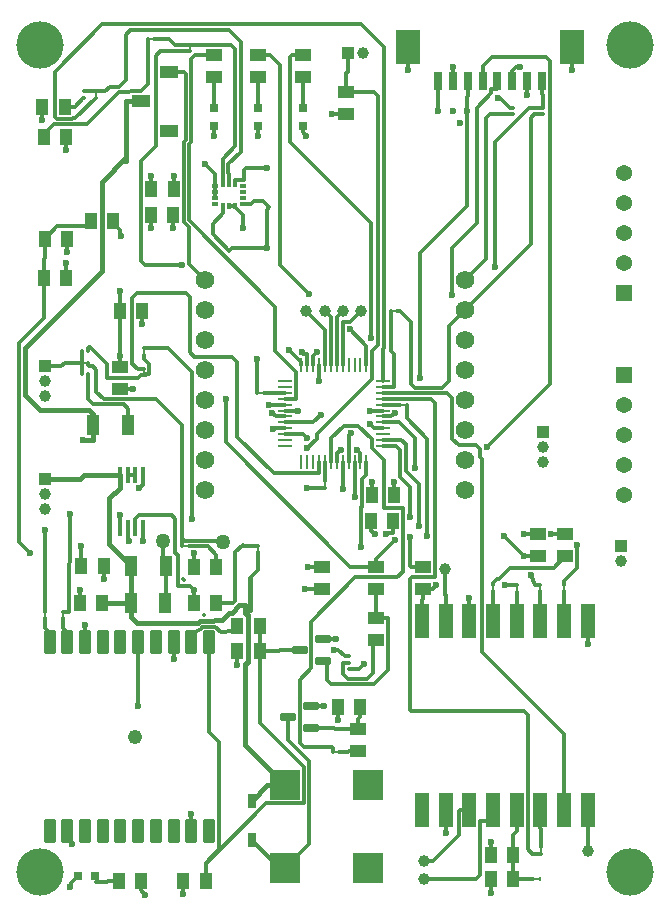
<source format=gtl>
G04*
G04 #@! TF.GenerationSoftware,Altium Limited,Altium Designer,25.0.2 (28)*
G04*
G04 Layer_Physical_Order=1*
G04 Layer_Color=255*
%FSLAX44Y44*%
%MOMM*%
G71*
G04*
G04 #@! TF.SameCoordinates,2A483E41-FD86-4516-B0ED-3C6593A289C4*
G04*
G04*
G04 #@! TF.FilePolarity,Positive*
G04*
G01*
G75*
%ADD16C,0.1500*%
%ADD22R,1.4700X1.0400*%
%ADD23R,1.6000X1.0000*%
%ADD24R,1.0400X1.4700*%
%ADD25R,0.3500X0.5750*%
%ADD26R,0.5750X0.3500*%
%ADD27R,0.8000X0.8000*%
G04:AMPARAMS|DCode=28|XSize=2mm|YSize=1mm|CornerRadius=0.125mm|HoleSize=0mm|Usage=FLASHONLY|Rotation=270.000|XOffset=0mm|YOffset=0mm|HoleType=Round|Shape=RoundedRectangle|*
%AMROUNDEDRECTD28*
21,1,2.0000,0.7500,0,0,270.0*
21,1,1.7500,1.0000,0,0,270.0*
1,1,0.2500,-0.3750,-0.8750*
1,1,0.2500,-0.3750,0.8750*
1,1,0.2500,0.3750,0.8750*
1,1,0.2500,0.3750,-0.8750*
%
%ADD28ROUNDEDRECTD28*%
%ADD29C,1.0000*%
%ADD30R,2.1000X3.0000*%
%ADD31R,0.8000X1.6000*%
%ADD32R,0.8000X0.8000*%
%ADD33O,1.2500X0.2500*%
G04:AMPARAMS|DCode=34|XSize=1.32mm|YSize=0.6mm|CornerRadius=0.075mm|HoleSize=0mm|Usage=FLASHONLY|Rotation=180.000|XOffset=0mm|YOffset=0mm|HoleType=Round|Shape=RoundedRectangle|*
%AMROUNDEDRECTD34*
21,1,1.3200,0.4500,0,0,180.0*
21,1,1.1700,0.6000,0,0,180.0*
1,1,0.1500,-0.5850,0.2250*
1,1,0.1500,0.5850,0.2250*
1,1,0.1500,0.5850,-0.2250*
1,1,0.1500,-0.5850,-0.2250*
%
%ADD34ROUNDEDRECTD34*%
G04:AMPARAMS|DCode=35|XSize=1.4mm|YSize=0.41mm|CornerRadius=0.0513mm|HoleSize=0mm|Usage=FLASHONLY|Rotation=90.000|XOffset=0mm|YOffset=0mm|HoleType=Round|Shape=RoundedRectangle|*
%AMROUNDEDRECTD35*
21,1,1.4000,0.3075,0,0,90.0*
21,1,1.2975,0.4100,0,0,90.0*
1,1,0.1025,0.1538,0.6488*
1,1,0.1025,0.1538,-0.6488*
1,1,0.1025,-0.1538,-0.6488*
1,1,0.1025,-0.1538,0.6488*
%
%ADD35ROUNDEDRECTD35*%
%ADD36R,1.1300X1.7700*%
G04:AMPARAMS|DCode=37|XSize=1.21mm|YSize=0.73mm|CornerRadius=0.1825mm|HoleSize=0mm|Usage=FLASHONLY|Rotation=270.000|XOffset=0mm|YOffset=0mm|HoleType=Round|Shape=RoundedRectangle|*
%AMROUNDEDRECTD37*
21,1,1.2100,0.3650,0,0,270.0*
21,1,0.8450,0.7300,0,0,270.0*
1,1,0.3650,-0.1825,-0.4225*
1,1,0.3650,-0.1825,0.4225*
1,1,0.3650,0.1825,0.4225*
1,1,0.3650,0.1825,-0.4225*
%
%ADD37ROUNDEDRECTD37*%
%ADD38O,0.2500X1.2500*%
%ADD39R,2.5000X2.5000*%
%ADD49R,0.2500X0.3500*%
%ADD54R,0.3500X0.2500*%
%ADD71C,1.5748*%
%ADD75R,1.2000X3.0000*%
%ADD76C,0.3000*%
%ADD77C,0.4000*%
%ADD78R,1.0000X1.0000*%
%ADD79R,1.0000X1.0000*%
%ADD80C,1.2100*%
%ADD81C,0.6000*%
%ADD82C,1.3700*%
%ADD83C,4.0000*%
%ADD84R,1.3700X1.3700*%
%ADD85C,1.2700*%
D16*
X117130Y730250D02*
X121630D01*
X443520Y19050D02*
X448020D01*
X152400Y720380D02*
Y724880D01*
X44450Y240320D02*
Y244820D01*
X273550Y127000D02*
X278050D01*
X266700Y350810D02*
Y355310D01*
X29210Y240320D02*
Y244820D01*
X113030Y463630D02*
Y468130D01*
X146340Y300990D02*
X150840D01*
X209550Y296200D02*
Y300700D01*
X61250Y455930D02*
X65750D01*
X449580Y41140D02*
Y45640D01*
X408940Y263181D02*
Y267680D01*
X429260Y262970D02*
Y267470D01*
X448310Y263180D02*
Y267680D01*
X468630Y263180D02*
Y267680D01*
X322870Y500380D02*
X327370D01*
X113030Y446060D02*
Y450560D01*
X330700Y420370D02*
X335200D01*
X209840Y430530D02*
X214340D01*
X72390Y681010D02*
Y685510D01*
D22*
X284480Y685550D02*
D03*
Y666750D02*
D03*
X247651Y716790D02*
D03*
Y697990D02*
D03*
X209550D02*
D03*
Y716789D02*
D03*
X349250Y264920D02*
D03*
Y283720D02*
D03*
X309880D02*
D03*
Y264920D02*
D03*
X264160Y283720D02*
D03*
X92711Y433830D02*
D03*
X469900Y311150D02*
D03*
X447040Y311660D02*
D03*
X172721Y716790D02*
D03*
Y697990D02*
D03*
X294640Y127760D02*
D03*
Y146560D02*
D03*
X469900Y292350D02*
D03*
X447040Y292860D02*
D03*
X309880Y221740D02*
D03*
Y240540D02*
D03*
X264160Y264920D02*
D03*
X92711Y452630D02*
D03*
D23*
X110620Y677780D02*
D03*
X134620Y652780D02*
D03*
Y702780D02*
D03*
D24*
X211330Y212090D02*
D03*
X192530D02*
D03*
X425960Y19050D02*
D03*
X407160D02*
D03*
Y39370D02*
D03*
X425960D02*
D03*
X306070Y344170D02*
D03*
X305560Y322580D02*
D03*
X277620Y165100D02*
D03*
X138430Y603250D02*
D03*
X138180Y581660D02*
D03*
X87380Y576580D02*
D03*
X48260Y561340D02*
D03*
X59180Y252730D02*
D03*
X146810Y17780D02*
D03*
X324870Y344170D02*
D03*
X324360Y322580D02*
D03*
X47500Y647700D02*
D03*
X27430Y673100D02*
D03*
X119630Y603250D02*
D03*
X119380Y581660D02*
D03*
X111760Y500380D02*
D03*
X60450Y284480D02*
D03*
X79250D02*
D03*
X77980Y252730D02*
D03*
X296420Y165100D02*
D03*
X211330Y233680D02*
D03*
X192530D02*
D03*
X28700Y647700D02*
D03*
X155700Y283209D02*
D03*
X174500D02*
D03*
X155700Y252730D02*
D03*
X174499D02*
D03*
X46230Y673100D02*
D03*
X92960Y500380D02*
D03*
X28700Y528321D02*
D03*
X47500D02*
D03*
X68580Y576580D02*
D03*
X92200Y17780D02*
D03*
X111000D02*
D03*
X165610D02*
D03*
X29460Y561340D02*
D03*
D25*
X180340Y607530D02*
D03*
X185340D02*
D03*
X190340D02*
D03*
Y589280D02*
D03*
X185340D02*
D03*
X180340D02*
D03*
D26*
X196965Y605905D02*
D03*
Y600905D02*
D03*
Y595905D02*
D03*
Y590905D02*
D03*
X173715D02*
D03*
Y595905D02*
D03*
Y600905D02*
D03*
Y605905D02*
D03*
D27*
X57270Y21590D02*
D03*
X72270D02*
D03*
D28*
X168430Y59710D02*
D03*
X153430D02*
D03*
X138430D02*
D03*
X123430D02*
D03*
X108430D02*
D03*
X93430D02*
D03*
X78430D02*
D03*
X63430D02*
D03*
X48430D02*
D03*
X33430D02*
D03*
Y219710D02*
D03*
X48430D02*
D03*
X63430D02*
D03*
X78430D02*
D03*
X93430D02*
D03*
X108430D02*
D03*
X123430D02*
D03*
X138430D02*
D03*
X153430D02*
D03*
X168430D02*
D03*
D29*
X350520Y19050D02*
D03*
Y34290D02*
D03*
X488950Y43180D02*
D03*
X281940Y500380D02*
D03*
X297180D02*
D03*
X266700D02*
D03*
X250190D02*
D03*
X368300Y281940D02*
D03*
X298450Y718820D02*
D03*
X450850Y372310D02*
D03*
Y384810D02*
D03*
X29210Y428190D02*
D03*
Y332940D02*
D03*
X516890Y288290D02*
D03*
X29210Y345440D02*
D03*
Y440690D02*
D03*
D30*
X475650Y723900D02*
D03*
X337350D02*
D03*
D31*
X375150Y694900D02*
D03*
X425150D02*
D03*
X362650D02*
D03*
X387650D02*
D03*
X400150D02*
D03*
X412650D02*
D03*
X437650D02*
D03*
X450150D02*
D03*
D32*
X247650Y656710D02*
D03*
X209550Y656710D02*
D03*
X172720Y656830D02*
D03*
X247650Y671710D02*
D03*
X209550D02*
D03*
X172720Y671830D02*
D03*
D33*
X315450Y415910D02*
D03*
Y410910D02*
D03*
Y385910D02*
D03*
Y390910D02*
D03*
Y395910D02*
D03*
Y400910D02*
D03*
Y405910D02*
D03*
Y420910D02*
D03*
Y425910D02*
D03*
Y430910D02*
D03*
Y435910D02*
D03*
Y440910D02*
D03*
X232950D02*
D03*
Y435910D02*
D03*
Y430910D02*
D03*
Y425910D02*
D03*
Y420910D02*
D03*
Y415910D02*
D03*
Y410910D02*
D03*
Y405910D02*
D03*
Y400910D02*
D03*
Y395910D02*
D03*
Y390910D02*
D03*
Y385910D02*
D03*
D34*
X255110Y165710D02*
D03*
X265270Y222860D02*
D03*
Y203860D02*
D03*
X245270Y213360D02*
D03*
X235110Y156210D02*
D03*
X255110Y146710D02*
D03*
D35*
X112621Y316835D02*
D03*
Y361345D02*
D03*
X93120Y316835D02*
D03*
X99620D02*
D03*
X106120D02*
D03*
Y361345D02*
D03*
X99620D02*
D03*
X93120D02*
D03*
D36*
X132080Y284480D02*
D03*
X102680D02*
D03*
X131540Y252730D02*
D03*
X102140D02*
D03*
X70390Y403860D02*
D03*
X99790D02*
D03*
D37*
X204470Y52034D02*
D03*
Y85634D02*
D03*
D38*
X301700Y454660D02*
D03*
X296700D02*
D03*
X291700D02*
D03*
X286700D02*
D03*
X281700D02*
D03*
X276700D02*
D03*
X271700D02*
D03*
X266700D02*
D03*
X261700D02*
D03*
X256700D02*
D03*
X251700D02*
D03*
X246700D02*
D03*
Y372160D02*
D03*
X251700D02*
D03*
X256700D02*
D03*
X261700D02*
D03*
X266700D02*
D03*
X271700D02*
D03*
X276700D02*
D03*
X281700D02*
D03*
X286700D02*
D03*
X291700D02*
D03*
X296700D02*
D03*
X301700D02*
D03*
D39*
X232970Y98754D02*
D03*
X302970D02*
D03*
Y28754D02*
D03*
X232970D02*
D03*
D49*
X116630Y730250D02*
D03*
X122130D02*
D03*
X448520Y19050D02*
D03*
X443020D02*
D03*
X278550Y127000D02*
D03*
X273050D02*
D03*
X151340Y300990D02*
D03*
X145840D02*
D03*
X66250Y455930D02*
D03*
X60750D02*
D03*
X66250Y466090D02*
D03*
X60750D02*
D03*
X66250Y447040D02*
D03*
X60750D02*
D03*
X322370Y500380D02*
D03*
X327870D02*
D03*
X330200Y420370D02*
D03*
X335700D02*
D03*
X209340Y430530D02*
D03*
X214840D02*
D03*
D54*
X287020Y202350D02*
D03*
Y207850D02*
D03*
Y196850D02*
D03*
X425450Y672250D02*
D03*
X152400Y725380D02*
D03*
Y719880D02*
D03*
X44450Y239820D02*
D03*
Y245320D02*
D03*
X266700Y350310D02*
D03*
Y355810D02*
D03*
X425450Y666750D02*
D03*
X62229Y686010D02*
D03*
Y680510D02*
D03*
X29210Y239820D02*
D03*
Y245320D02*
D03*
X113030Y463130D02*
D03*
Y468630D02*
D03*
X209550Y301200D02*
D03*
Y295700D02*
D03*
X449580Y40640D02*
D03*
Y46140D02*
D03*
X408940Y262680D02*
D03*
Y268180D02*
D03*
X429260Y267970D02*
D03*
Y262470D02*
D03*
X448310Y268180D02*
D03*
Y262680D02*
D03*
X468630Y268180D02*
D03*
Y262680D02*
D03*
X450850Y672250D02*
D03*
Y666750D02*
D03*
X113030Y451060D02*
D03*
Y445560D02*
D03*
X72390Y680510D02*
D03*
Y686010D02*
D03*
D71*
X385200Y450470D02*
D03*
X164800Y501270D02*
D03*
Y348870D02*
D03*
Y374270D02*
D03*
Y399670D02*
D03*
Y425070D02*
D03*
Y450470D02*
D03*
Y475870D02*
D03*
Y526670D02*
D03*
X385200Y348870D02*
D03*
Y374270D02*
D03*
Y399670D02*
D03*
Y425070D02*
D03*
Y475870D02*
D03*
Y501270D02*
D03*
Y526670D02*
D03*
D75*
X488940Y237470D02*
D03*
X348940D02*
D03*
X368940Y77470D02*
D03*
X348940D02*
D03*
X408940D02*
D03*
X388940D02*
D03*
X468940D02*
D03*
X488940D02*
D03*
X428940D02*
D03*
Y237470D02*
D03*
X448940D02*
D03*
X468940D02*
D03*
X388940D02*
D03*
X408940D02*
D03*
X368940D02*
D03*
X448940Y77470D02*
D03*
D76*
X190500Y295910D02*
X196850Y302260D01*
X197910Y301200D02*
X209550D01*
X196850Y302260D02*
X197910Y301200D01*
X209550Y280619D02*
Y295700D01*
X202946Y274015D02*
X209550Y280619D01*
X190500Y254487D02*
Y295910D01*
X178400Y228382D02*
X179734Y228382D01*
X162910Y232734D02*
X173950D01*
X161372Y231196D02*
X162910Y232734D01*
X156930Y228210D02*
X161372Y231196D01*
X153430Y219710D02*
X156930Y228210D01*
X173950Y232734D02*
X178400Y228382D01*
X163830Y242782D02*
X164084D01*
X179734Y228382D02*
X188202Y228900D01*
X192487Y200470D02*
Y212047D01*
X192530Y212090D01*
X188830Y229497D02*
X192530Y233680D01*
X188202Y228900D02*
X188830Y229497D01*
X145840Y307563D02*
Y403591D01*
Y300990D02*
Y307563D01*
X147639Y305764D01*
X179376D01*
X180340Y304800D01*
X167386Y300990D02*
X174500Y293876D01*
X151340Y300990D02*
X167386D01*
X129830Y286730D02*
X132080Y284480D01*
X129830Y286730D02*
Y305364D01*
X174499Y252730D02*
X188743D01*
X190500Y254487D01*
X139954Y295656D02*
Y323850D01*
X142240Y267834D02*
Y293370D01*
X139954Y295656D02*
X142240Y293370D01*
X155700Y283209D02*
Y294890D01*
X155702Y294892D01*
X109295Y327025D02*
X136779D01*
X139954Y323850D01*
X106120D02*
X109295Y327025D01*
X106120Y316835D02*
Y323850D01*
X93120Y316835D02*
Y327583D01*
X93218Y327680D01*
X112621Y305565D02*
Y316835D01*
X132080Y253270D02*
Y284480D01*
X131540Y252730D02*
X132080Y253270D01*
X87380Y574430D02*
X93406Y568404D01*
Y564454D02*
Y568404D01*
X87380Y574430D02*
Y576580D01*
X93406Y564454D02*
X93980Y563880D01*
X7676Y473258D02*
X28700Y494282D01*
X7676Y304445D02*
X16510Y295611D01*
X7676Y304445D02*
Y473258D01*
X16510Y294894D02*
Y295611D01*
X97790Y734060D02*
X101600Y737870D01*
X185166D01*
X195326Y727710D01*
X296926Y743204D02*
X316230Y723900D01*
X37846Y702818D02*
X78232Y743204D01*
X296926D01*
X37846Y664657D02*
X39777Y662726D01*
X53361Y663405D02*
X55285D01*
X52682Y662726D02*
X53361Y663405D01*
X39777Y662726D02*
X52682D01*
X37846Y664657D02*
Y702818D01*
X72390Y680510D02*
X72390D01*
X55285Y663405D02*
X72390Y680510D01*
X80558Y686010D02*
X84578Y690030D01*
X92495D01*
X72390Y686010D02*
X80558D01*
X62229Y686010D02*
X62230Y686010D01*
X72390D01*
X61979Y680260D02*
X62229Y680510D01*
X46230Y673100D02*
X54819D01*
X61979Y680260D01*
Y680260D01*
X62229Y680510D02*
X62229D01*
X315468Y440910D02*
Y468122D01*
X92543Y685506D02*
X101069D01*
X102125Y686562D01*
X65238Y658201D02*
X92543Y685506D01*
X102125Y686562D02*
X111125D01*
X92495Y690030D02*
X97790Y695325D01*
X37169Y658201D02*
X65238D01*
X190340Y588155D02*
Y589280D01*
Y588155D02*
X196850Y581645D01*
Y570230D02*
Y581645D01*
X180340Y582930D02*
Y589280D01*
X173715Y595905D02*
Y600905D01*
X190500Y610870D02*
X198120D01*
X180340Y608459D02*
Y629238D01*
X190754Y639652D01*
X199877Y621030D02*
X217170D01*
X198120Y619273D02*
X199877Y621030D01*
X198120Y610870D02*
Y619273D01*
X184864Y616877D02*
X185340Y616400D01*
Y607530D02*
Y616400D01*
X171450Y574040D02*
X180340Y582930D01*
X171450Y565150D02*
Y574040D01*
X196392Y570230D02*
X196850D01*
X184864Y616877D02*
Y624372D01*
X195326Y634834D01*
X151456Y577016D02*
Y641390D01*
X153401Y643336D01*
X146932Y575142D02*
X151130Y570944D01*
X146932Y575142D02*
Y643264D01*
X153401Y643336D02*
Y713494D01*
X151456Y577016D02*
X224536Y503936D01*
X153401Y713494D02*
X156697Y716790D01*
X148877Y645210D02*
Y701023D01*
X147120Y702780D02*
X148877Y701023D01*
X134620Y702780D02*
X147120D01*
X146932Y643264D02*
X148877Y645210D01*
X173482Y606155D02*
X173715Y605922D01*
Y605905D02*
Y605922D01*
Y600905D02*
Y605672D01*
X173482Y605905D02*
X173715Y605672D01*
X165100Y624840D02*
X173482Y616458D01*
Y606155D02*
Y616458D01*
X151130Y540340D02*
Y570944D01*
X156697Y716790D02*
X172721D01*
X151130Y540340D02*
X164800Y526670D01*
X114300Y538988D02*
X145260D01*
X110998Y542290D02*
X114300Y538988D01*
X185420Y551180D02*
X187960Y553720D01*
X217170D01*
Y585917D02*
X219263Y588010D01*
X217170Y553720D02*
Y585917D01*
X214183Y593090D02*
X219263Y588010D01*
X206502Y593090D02*
X214183D01*
X171450Y565150D02*
X185420Y551180D01*
X196965Y590905D02*
X204317D01*
X224536Y466344D02*
Y503936D01*
X204317Y590905D02*
X206502Y593090D01*
X51374Y13274D02*
Y15694D01*
X57270Y21590D01*
X50800Y12700D02*
X51374Y13274D01*
X48430Y59710D02*
X51536Y56604D01*
Y49693D02*
X52110Y49119D01*
X51536Y49693D02*
Y56604D01*
X113030Y445770D02*
X114798D01*
X67520Y469392D02*
X81788Y455124D01*
X165610Y32178D02*
Y33022D01*
Y17780D02*
Y32178D01*
X386842Y588772D02*
Y669290D01*
X435356Y292862D02*
X435358Y292860D01*
X418338Y309880D02*
X435356Y292862D01*
X398272Y68580D02*
X408940D01*
X60450Y301244D02*
Y301292D01*
X268224Y187325D02*
Y203860D01*
X307086Y193675D02*
Y221740D01*
X92960Y462026D02*
Y500380D01*
Y452630D02*
Y462026D01*
X407670Y688086D02*
X412650D01*
X469138Y268180D02*
Y271780D01*
X39874Y571754D02*
X68580D01*
X296700Y372160D02*
Y379702D01*
X293624Y382778D02*
X296700Y379702D01*
X281700Y349250D02*
Y372160D01*
X110788Y445560D02*
X113030D01*
X108458Y443230D02*
X110788Y445560D01*
X82042Y443230D02*
X108458D01*
X81788Y443484D02*
X82042Y443230D01*
X81788Y443484D02*
Y455124D01*
X66504Y469392D02*
X67520D01*
X66250Y469138D02*
X66504Y469392D01*
X66250Y466090D02*
Y469138D01*
X295127Y196850D02*
X299445Y201168D01*
X287020Y196850D02*
X295127D01*
X211330Y151210D02*
Y212090D01*
Y151210D02*
X248494Y114046D01*
Y83566D02*
Y114046D01*
X248158Y83230D02*
X248494Y83566D01*
X216662Y83230D02*
X248158D01*
X165610Y32178D02*
X216662Y83230D01*
X209340Y430530D02*
Y459740D01*
X182880Y388876D02*
Y425450D01*
Y388876D02*
X288036Y283720D01*
X309880D01*
X97790Y695325D02*
Y734060D01*
X195326Y634834D02*
Y727710D01*
X190754Y639652D02*
Y721951D01*
X187325Y725380D02*
X190754Y721951D01*
X152400Y725380D02*
X187325D01*
X386650Y669290D02*
X386842D01*
X347218Y549148D02*
X386842Y588772D01*
X347218Y443230D02*
Y549148D01*
X304800Y404085D02*
Y404114D01*
Y404085D02*
X307975Y400910D01*
X315450D01*
X219329Y420910D02*
X232950D01*
X228600Y539496D02*
X253420Y514676D01*
X228600Y539496D02*
Y708154D01*
X219964Y716789D02*
X228600Y708154D01*
X209550Y716789D02*
X219964D01*
X238760Y716790D02*
X247651D01*
X237236Y715266D02*
X238760Y716790D01*
X237236Y642874D02*
Y715266D01*
Y642874D02*
X305308Y574802D01*
Y477632D02*
Y574802D01*
X232950Y415910D02*
X243586D01*
X442214Y40640D02*
X449580D01*
X438404Y44450D02*
X442214Y40640D01*
X438404Y44450D02*
Y157861D01*
X434975Y161290D02*
X438404Y157861D01*
X339852Y161290D02*
X434975D01*
X338836Y162306D02*
X339852Y161290D01*
X338836Y162306D02*
Y273050D01*
X340667Y274881D01*
X359410D01*
X359664Y275135D01*
Y422402D01*
X356156Y425910D02*
X359664Y422402D01*
X315450Y425910D02*
X356156D01*
X92960Y500380D02*
Y517144D01*
X342900Y367284D02*
Y392684D01*
X329674Y405910D02*
X342900Y392684D01*
X315450Y405910D02*
X329674D01*
X92711Y452630D02*
X92960D01*
X412650Y688086D02*
Y694900D01*
X407416Y687832D02*
X407670Y688086D01*
X407416Y684784D02*
Y687832D01*
X394970Y672338D02*
X407416Y684784D01*
X394970Y574548D02*
Y672338D01*
X374142Y553720D02*
X394970Y574548D01*
X374142Y514096D02*
Y553720D01*
X222504Y399913D02*
X223501Y400910D01*
X232950D01*
X437650Y682752D02*
Y694900D01*
X256605Y405910D02*
X262955Y412260D01*
X232950Y405910D02*
X256605D01*
X400150Y694900D02*
Y707390D01*
X407770Y715010D01*
X454025D01*
X457200Y711835D01*
Y438658D02*
Y711835D01*
X403860Y385318D02*
X457200Y438658D01*
X248031Y395910D02*
X251206Y392735D01*
X232950Y395910D02*
X248031D01*
X439674Y672250D02*
X450850D01*
X410568Y643144D02*
X439674Y672250D01*
X410568Y537568D02*
Y643144D01*
X222041Y413811D02*
X224942Y410910D01*
X232950D01*
X44450Y245320D02*
X50292D01*
X50546Y328620D01*
X236413Y467098D02*
X246700Y456811D01*
Y454660D02*
Y456811D01*
X29210Y245320D02*
Y314706D01*
X247396Y464312D02*
Y465582D01*
Y464312D02*
X247650Y464058D01*
X251446D01*
X251700Y463804D01*
Y454660D02*
Y463804D01*
X444500Y268180D02*
X448310D01*
X441325Y276860D02*
X444500Y268180D01*
X338836Y326064D02*
Y351536D01*
X330454Y359918D02*
X338836Y351536D01*
X330454Y359918D02*
Y382481D01*
X327025Y385910D02*
X330454Y382481D01*
X315450Y385910D02*
X327025D01*
X301700Y454660D02*
Y470714D01*
X287528Y484886D02*
X301700Y470714D01*
X110998Y542290D02*
Y627380D01*
X123444Y639826D01*
Y716324D01*
X127000Y719880D01*
X152400D01*
X261700Y441151D02*
Y454660D01*
X261620Y441071D02*
X261700Y441151D01*
X107950Y451060D02*
X113030D01*
X103378Y455632D02*
X107950Y451060D01*
X103378Y455632D02*
Y511175D01*
X107823Y515620D01*
X148717D01*
X152019Y512318D01*
Y465074D02*
Y512318D01*
Y465074D02*
X155575Y461518D01*
X188214D01*
X192532Y457200D01*
Y393700D02*
Y457200D01*
Y393700D02*
X223520Y362712D01*
X261446D01*
X261700Y372160D01*
X273050Y127000D02*
Y130556D01*
X272796Y130810D02*
X273050Y130556D01*
X248920Y130810D02*
X272796D01*
X245364Y134366D02*
X248920Y130810D01*
X245364Y134366D02*
Y187960D01*
X255016Y197612D01*
Y237236D01*
X292354Y274574D01*
X327914D01*
X332740Y279400D01*
Y333248D01*
X332486Y333502D02*
X332740Y333248D01*
X316738Y333502D02*
X332486D01*
X316484Y333756D02*
X316738Y333502D01*
X316484Y333756D02*
Y373761D01*
X306070Y384175D02*
X316484Y373761D01*
X306070Y384175D02*
Y391414D01*
X294386Y403098D02*
X306070Y391414D01*
X282368Y403098D02*
X294386D01*
X271700Y392430D02*
X282368Y403098D01*
X271700Y372160D02*
Y392430D01*
X266700Y454660D02*
Y483870D01*
X250190Y500380D02*
X266700Y483870D01*
X271700Y454660D02*
Y495380D01*
X266700Y500380D02*
X271700Y495380D01*
X227750Y28754D02*
X232970D01*
X204470Y52034D02*
X227750Y28754D01*
X66250Y454152D02*
Y455930D01*
Y454152D02*
X66504Y453898D01*
X69850D01*
X73152Y450596D01*
Y431800D02*
Y450596D01*
Y431800D02*
X79347Y425605D01*
X123825D01*
X145840Y403591D01*
X60450Y284480D02*
Y301244D01*
X153670Y323850D02*
Y448818D01*
X133858Y468630D02*
X153670Y448818D01*
X113030Y468630D02*
X133858D01*
X419100Y267970D02*
X429260D01*
X345948Y318516D02*
Y353520D01*
X334978Y364490D02*
X345948Y353520D01*
X334978Y364490D02*
Y387350D01*
X331418Y390910D02*
X334978Y387350D01*
X315450Y390910D02*
X331418D01*
X309880Y283720D02*
Y290322D01*
X325882Y306324D01*
X338836Y283974D02*
Y309118D01*
Y283974D02*
X339090Y283720D01*
X349250D01*
X155700Y252730D02*
Y264350D01*
X152470Y267580D02*
X155700Y264350D01*
X142494Y267580D02*
X152470D01*
X142240Y267834D02*
X142494Y267580D01*
X28700Y494282D02*
Y528321D01*
X276700Y379603D02*
X279875Y382778D01*
X276700Y372160D02*
Y379603D01*
X251714Y350310D02*
X266700D01*
X251714Y383794D02*
X259842Y391922D01*
Y396240D01*
X306324Y442722D01*
Y466598D01*
X311404Y471678D01*
Y682121D01*
X307975Y685550D02*
X311404Y682121D01*
X284480Y685550D02*
X307975D01*
X468630Y268180D02*
X469138D01*
Y271780D02*
X480314Y282956D01*
Y302260D01*
X297180Y300276D02*
Y333853D01*
X297845Y334518D01*
Y357842D01*
X301700Y361696D01*
Y372160D01*
X318010Y310960D02*
X319769D01*
X321134Y312325D01*
X324104D01*
X324360Y312581D01*
Y322580D01*
X335700Y409282D02*
Y420370D01*
Y409282D02*
X353060Y391922D01*
Y309880D02*
Y391922D01*
X435358Y292860D02*
X447040D01*
X357695Y264920D02*
X360870Y268095D01*
X349250Y264920D02*
X357695D01*
X109446Y350075D02*
X112621Y353250D01*
Y361345D01*
X99790Y403860D02*
Y417354D01*
X96063Y421081D02*
X99790Y417354D01*
X70619Y421081D02*
X96063D01*
X66250Y425450D02*
X70619Y421081D01*
X66250Y425450D02*
Y447040D01*
X113030Y459740D02*
Y463130D01*
Y459740D02*
X117856Y454914D01*
Y446837D02*
Y454914D01*
X117554Y446536D02*
X117856Y446837D01*
X115056Y446536D02*
X117554D01*
X114798Y446278D02*
X115056Y446536D01*
X114798Y445770D02*
Y446278D01*
X113030Y445560D02*
Y445770D01*
X276700Y495140D02*
X281940Y500380D01*
X276700Y454660D02*
Y495140D01*
X47500Y528321D02*
Y541020D01*
X281700Y454660D02*
Y461337D01*
X281504Y461533D02*
X281700Y461337D01*
X281504Y461533D02*
Y490474D01*
X281940Y490910D01*
X287710D01*
X297180Y500380D01*
X224536Y466344D02*
X242316Y448564D01*
Y426164D02*
Y448564D01*
X242062Y425910D02*
X242316Y426164D01*
X232950Y425910D02*
X242062D01*
X468940Y77470D02*
Y141930D01*
X399796Y211074D02*
X468940Y141930D01*
X399796Y211074D02*
Y374462D01*
X397587Y376671D02*
X399796Y374462D01*
X397587Y376671D02*
Y383209D01*
X394208Y386588D02*
X397587Y383209D01*
X379730Y386588D02*
X394208D01*
X374302Y392016D02*
X379730Y386588D01*
X374302Y392016D02*
Y426720D01*
X370166Y430856D02*
X374302Y426720D01*
X328628Y430856D02*
X370166D01*
X328574Y430910D02*
X328628Y430856D01*
X315450Y430910D02*
X328574D01*
X327870Y500380D02*
X330454D01*
X339725Y491109D01*
Y438555D02*
Y491109D01*
Y438555D02*
X342900Y435380D01*
X366038D01*
X371602Y440944D01*
Y487672D01*
X385200Y501270D01*
X256700Y454660D02*
Y462186D01*
X259842Y465328D01*
X79250Y272860D02*
Y284480D01*
X249430Y264920D02*
X264160D01*
X286700Y395224D02*
X288478Y397002D01*
X286700Y372160D02*
Y395224D01*
X99620Y306859D02*
Y316835D01*
Y306859D02*
X100917Y305562D01*
X116630Y692067D02*
Y730250D01*
X111125Y686562D02*
X116630Y692067D01*
X28700Y649732D02*
X37169Y658201D01*
X28700Y647700D02*
Y649732D01*
X315450Y435910D02*
X324612D01*
X324866Y436164D01*
Y463594D01*
X322370Y466090D02*
X324866Y463594D01*
X322370Y466090D02*
Y500380D01*
X315450Y440910D02*
X315468D01*
Y468122D02*
X316230Y468884D01*
Y723900D01*
X408940Y268180D02*
X409165Y268405D01*
Y269875D01*
X412470Y273180D01*
X413940D01*
X423677Y282917D01*
X460467D01*
X469900Y292350D01*
X305560Y314135D02*
X308735Y310960D01*
X305560Y314135D02*
Y322580D01*
X443865Y666750D02*
X450850D01*
X440690Y663575D02*
X443865Y666750D01*
X440690Y556760D02*
Y663575D01*
X385200Y501270D02*
X440690Y556760D01*
X428625Y707170D02*
X431500D01*
X425150Y703695D02*
X428625Y707170D01*
X425150Y694900D02*
Y703695D01*
X322795Y410910D02*
X325970Y414085D01*
X315450Y410910D02*
X322795D01*
X265270Y203860D02*
X268224D01*
Y187325D02*
X271399Y184150D01*
X308356D01*
X320294Y196088D01*
Y240286D01*
X320040Y240540D02*
X320294Y240286D01*
X309880Y240540D02*
X320040D01*
X111000Y9650D02*
Y17780D01*
Y9650D02*
X114554Y6096D01*
X108430Y165636D02*
Y219710D01*
X406019Y666750D02*
X425450D01*
X402844Y663575D02*
X406019Y666750D01*
X402844Y544314D02*
Y663575D01*
X385200Y526670D02*
X402844Y544314D01*
X219281Y430910D02*
X232950D01*
X218901Y430530D02*
X219281Y430910D01*
X214840Y430530D02*
X218901D01*
X247650Y651615D02*
X250825Y648440D01*
X247650Y651615D02*
Y656710D01*
X291700Y342646D02*
Y372160D01*
X388940Y237470D02*
Y256794D01*
X282448Y202350D02*
X287020D01*
X282194Y202096D02*
X282448Y202350D01*
X282194Y192532D02*
Y202096D01*
Y192532D02*
X285750Y188976D01*
X302387D01*
X307086Y193675D01*
Y221740D02*
X309880D01*
X146812Y273050D02*
X147066Y272796D01*
X235110Y136711D02*
Y156210D01*
Y136711D02*
X253018Y118803D01*
Y48802D02*
Y118803D01*
X232970Y28754D02*
X253018Y48802D01*
X380746Y77470D02*
X388940D01*
X380492Y77216D02*
X380746Y77470D01*
X380492Y56388D02*
Y77216D01*
X358394Y34290D02*
X380492Y56388D01*
X350520Y34290D02*
X358394D01*
X408940Y68580D02*
Y77470D01*
X398018Y68326D02*
X398272Y68580D01*
X398018Y22225D02*
Y68326D01*
X394843Y19050D02*
X398018Y22225D01*
X350520Y19050D02*
X394843D01*
X174500Y283209D02*
Y293876D01*
X68580Y571754D02*
Y576580D01*
X29460Y561340D02*
X39874Y571754D01*
X368300Y259974D02*
Y281940D01*
Y259974D02*
X368940Y259334D01*
Y237470D02*
Y259334D01*
X266700Y355810D02*
Y372160D01*
X165610Y33022D02*
X177038Y44450D01*
Y135156D01*
X168430Y143764D02*
X177038Y135156D01*
X168430Y143764D02*
Y219710D01*
X228854Y213360D02*
X245270D01*
X227584Y212090D02*
X228854Y213360D01*
X211330Y212090D02*
X227584D01*
X211330D02*
Y233680D01*
X29210Y231804D02*
Y239820D01*
Y231804D02*
X33430Y227584D01*
Y219710D02*
Y227584D01*
X44450Y231564D02*
Y239820D01*
Y231564D02*
X48430Y227584D01*
Y219710D02*
Y227584D01*
X139490Y725380D02*
X152400D01*
X134620Y730250D02*
X139490Y725380D01*
X122130Y730250D02*
X134620D01*
X387650Y682482D02*
Y694900D01*
X386650Y681482D02*
X387650Y682482D01*
X386650Y669290D02*
Y681482D01*
X285950Y702764D02*
Y718820D01*
X284480Y701294D02*
X285950Y702764D01*
X284480Y685550D02*
Y701294D01*
X468630Y249992D02*
Y262680D01*
Y249992D02*
X468940Y249682D01*
Y237470D02*
Y249682D01*
X448310Y250312D02*
Y262680D01*
Y250312D02*
X448940Y249682D01*
Y237470D02*
Y249682D01*
X429260Y250002D02*
Y262470D01*
X428940Y249682D02*
X429260Y250002D01*
X428940Y237470D02*
Y249682D01*
X448940Y62108D02*
Y77470D01*
Y62108D02*
X449580Y61468D01*
Y46140D02*
Y61468D01*
X286764Y127760D02*
X294640D01*
X286004Y127000D02*
X286764Y127760D01*
X278550Y127000D02*
X286004D01*
X428940Y59876D02*
Y77470D01*
X425960Y56896D02*
X428940Y59876D01*
X425960Y39370D02*
Y56896D01*
Y19050D02*
Y39370D01*
Y19050D02*
X443020D01*
X172721Y684784D02*
Y697990D01*
X172720Y684784D02*
X172721Y684784D01*
X172720Y671830D02*
Y684784D01*
X209550Y684784D02*
Y697990D01*
X209550Y684784D02*
X209550Y684784D01*
X209550Y671710D02*
Y684784D01*
X247651Y684784D02*
Y697990D01*
X247650Y684784D02*
X247651Y684784D01*
X247650Y671710D02*
Y684784D01*
X83058Y17780D02*
X92200D01*
X81788Y16510D02*
X83058Y17780D01*
X72650Y16510D02*
X81788D01*
X408940Y237470D02*
Y262680D01*
X488940Y60208D02*
Y77470D01*
Y60208D02*
X488950Y60198D01*
Y43180D02*
Y60198D01*
X309880Y240540D02*
Y264920D01*
X322866Y420370D02*
X330200D01*
X322326Y420910D02*
X322866Y420370D01*
X315450Y420910D02*
X322326D01*
X362650Y669290D02*
Y694900D01*
X450150Y683706D02*
Y694900D01*
Y683706D02*
X450850Y683006D01*
Y672250D02*
Y683006D01*
X29460Y545081D02*
Y561340D01*
X28700Y544322D02*
X29460Y545081D01*
X28700Y528321D02*
Y544322D01*
X46174Y455930D02*
X60750D01*
X43434Y453190D02*
X46174Y455930D01*
X29210Y453190D02*
X43434D01*
X60750Y455930D02*
Y466090D01*
Y447040D02*
Y455930D01*
X274724Y146560D02*
X294640D01*
X274574Y146710D02*
X274724Y146560D01*
X255110Y146710D02*
X274574D01*
X296420Y156720D02*
Y165100D01*
X294640Y154940D02*
X296420Y156720D01*
X294640Y146560D02*
Y154940D01*
X349250Y256088D02*
Y264920D01*
X348940Y255778D02*
X349250Y256088D01*
X348940Y237470D02*
Y255778D01*
X185340Y589280D02*
X190340D01*
X265270Y222860D02*
X276140D01*
X274595Y213526D02*
X277516D01*
X283193Y207850D01*
X287020D01*
X324870Y344170D02*
Y355790D01*
X111760Y488760D02*
Y500380D01*
X435420Y311660D02*
X447040D01*
X458280Y311150D02*
X469900D01*
X119380Y570040D02*
Y581660D01*
X119630Y603250D02*
Y614870D01*
X47500Y636080D02*
Y647700D01*
X27430Y661480D02*
Y673100D01*
X272860Y666750D02*
X284480D01*
X413025Y680676D02*
X414572D01*
X422998Y672250D01*
X425450D01*
X146810Y6160D02*
Y17780D01*
X153430Y59710D02*
Y73980D01*
X63430Y219710D02*
Y233980D01*
X59180Y252730D02*
Y264350D01*
X138430Y205440D02*
Y219710D01*
X255110Y165710D02*
X265980D01*
X277620Y153480D02*
Y165100D01*
X368940Y58200D02*
Y77470D01*
X252540Y283720D02*
X264160D01*
X407160Y7430D02*
Y19050D01*
Y39370D02*
Y50990D01*
X92711Y433830D02*
X104331D01*
X306070Y344170D02*
Y355790D01*
X304930Y415910D02*
X315450D01*
X488940Y218200D02*
Y237470D01*
X48260Y549720D02*
Y561340D01*
X138180Y570040D02*
Y581660D01*
X138430Y603250D02*
Y614870D01*
X172720Y648559D02*
Y656830D01*
X209550Y648440D02*
Y656710D01*
X375150Y694900D02*
Y707170D01*
X337350Y704630D02*
Y723900D01*
X475650Y704630D02*
Y723900D01*
X99620Y361345D02*
X106120D01*
D77*
X199011Y250823D02*
X202946Y246888D01*
Y274015D01*
X102140Y241300D02*
X107220Y236220D01*
X159291D01*
X160829Y237758D01*
X166165D02*
X179450Y238886D01*
X160829Y237758D02*
X166165D01*
X179450Y238886D02*
X185118Y244554D01*
X102140Y241300D02*
Y252730D01*
X199011Y244732D02*
Y250823D01*
Y244732D02*
X201254Y242490D01*
X199011Y201038D02*
X201254Y203280D01*
Y242490D01*
X199011Y132713D02*
X232970Y98754D01*
X199011Y132713D02*
Y201038D01*
X185118Y244554D02*
X187672D01*
X193940Y250823D01*
X199011D01*
X84019Y303141D02*
Y341575D01*
Y303141D02*
X102680Y284480D01*
X84019Y341575D02*
X93120Y350676D01*
X102680Y253270D02*
Y284480D01*
X102140Y252730D02*
X102680Y253270D01*
X77470Y609346D02*
X98298Y630174D01*
X12700Y469138D02*
X77470Y533908D01*
Y609346D01*
X12700Y428752D02*
X25400Y416052D01*
X12700Y428752D02*
Y469138D01*
X98298Y627126D02*
Y630174D01*
X217590Y98754D02*
X232970D01*
X204470Y85634D02*
X217590Y98754D01*
X98350Y677780D02*
X110620D01*
X98298Y630174D02*
X98350Y677780D01*
X25400Y416052D02*
X67088D01*
X70390Y412750D01*
Y403860D02*
Y412750D01*
X93120Y350676D02*
Y361345D01*
X61922Y390652D02*
X70302D01*
X70390Y390740D01*
Y403860D01*
X62841Y361345D02*
X93120D01*
X59436Y357940D02*
X62841Y361345D01*
X29210Y357940D02*
X59436D01*
X77980Y252730D02*
X102140D01*
D78*
X285950Y718820D02*
D03*
D79*
X450850Y397310D02*
D03*
X516890Y300790D02*
D03*
X29210Y357940D02*
D03*
Y453190D02*
D03*
D80*
X105430Y139710D02*
D03*
D81*
X380650Y659290D02*
D03*
X374650Y669290D02*
D03*
X362650D02*
D03*
X386650D02*
D03*
X192487Y200470D02*
D03*
X155702Y294892D02*
D03*
X93218Y327680D02*
D03*
X112621Y305565D02*
D03*
X93980Y563880D02*
D03*
X196850Y570230D02*
D03*
X165100Y624840D02*
D03*
X145260Y538988D02*
D03*
X217170Y553720D02*
D03*
Y621030D02*
D03*
X50800Y12700D02*
D03*
X52110Y49119D02*
D03*
X293624Y382778D02*
D03*
X281700Y349250D02*
D03*
X299445Y201168D02*
D03*
X209340Y459740D02*
D03*
X182880Y425450D02*
D03*
X347218Y443230D02*
D03*
X304800Y404114D02*
D03*
X219329Y420910D02*
D03*
X253420Y514676D02*
D03*
X305308Y477632D02*
D03*
X243586Y415910D02*
D03*
X92960Y517144D02*
D03*
Y462026D02*
D03*
X342900Y367284D02*
D03*
X374142Y514096D02*
D03*
X222504Y399913D02*
D03*
X437650Y682752D02*
D03*
X262955Y412260D02*
D03*
X403860Y385318D02*
D03*
X251206Y392735D02*
D03*
X410568Y537568D02*
D03*
X222041Y413811D02*
D03*
X50546Y328620D02*
D03*
X236413Y467098D02*
D03*
X29210Y314706D02*
D03*
X247396Y465582D02*
D03*
X441325Y276860D02*
D03*
X338836Y326064D02*
D03*
X287528Y484886D02*
D03*
X261620Y441071D02*
D03*
X60450Y301244D02*
D03*
X153670Y323850D02*
D03*
X419100Y267970D02*
D03*
X345948Y318516D02*
D03*
X325882Y306324D02*
D03*
X338836Y309118D02*
D03*
X16510Y294894D02*
D03*
X279875Y382778D02*
D03*
X251714Y350310D02*
D03*
Y383794D02*
D03*
X480314Y302260D02*
D03*
X297180Y300276D02*
D03*
X318010Y310960D02*
D03*
X353060Y309880D02*
D03*
X418338D02*
D03*
X360870Y268095D02*
D03*
X109446Y350075D02*
D03*
X47500Y541020D02*
D03*
X259842Y465328D02*
D03*
X60450Y301292D02*
D03*
X155700Y264350D02*
D03*
X249430Y264920D02*
D03*
X288478Y397002D02*
D03*
X100917Y305562D02*
D03*
X79250Y272860D02*
D03*
X308735Y310960D02*
D03*
X431500Y707170D02*
D03*
X325970Y414085D02*
D03*
X114554Y6096D02*
D03*
X108430Y165636D02*
D03*
X250825Y648440D02*
D03*
X291700Y342646D02*
D03*
X388940Y256794D02*
D03*
X435356Y292862D02*
D03*
X98298Y627126D02*
D03*
X61922Y390652D02*
D03*
X276140Y222860D02*
D03*
X274595Y213526D02*
D03*
X324870Y355790D02*
D03*
X111760Y488760D02*
D03*
X435420Y311660D02*
D03*
X458280Y311150D02*
D03*
X119380Y570040D02*
D03*
X119630Y614870D02*
D03*
X47500Y636080D02*
D03*
X27430Y661480D02*
D03*
X272860Y666750D02*
D03*
X413025Y680676D02*
D03*
X146810Y6160D02*
D03*
X153430Y73980D02*
D03*
X63430Y233980D02*
D03*
X59180Y264350D02*
D03*
X138430Y205440D02*
D03*
X265980Y165710D02*
D03*
X277620Y153480D02*
D03*
X368940Y58200D02*
D03*
X252540Y283720D02*
D03*
X407160Y7430D02*
D03*
Y50990D02*
D03*
X104331Y433830D02*
D03*
X306070Y355790D02*
D03*
X304930Y415910D02*
D03*
X488940Y218200D02*
D03*
X48260Y549720D02*
D03*
X138180Y570040D02*
D03*
X138430Y614870D02*
D03*
X172720Y648559D02*
D03*
X209550Y648440D02*
D03*
X375150Y707170D02*
D03*
X337350Y704630D02*
D03*
X475650D02*
D03*
D82*
X520000Y566420D02*
D03*
Y541020D02*
D03*
Y591820D02*
D03*
Y617220D02*
D03*
Y420370D02*
D03*
Y394970D02*
D03*
Y369570D02*
D03*
Y344170D02*
D03*
D83*
X25000Y725000D02*
D03*
Y25000D02*
D03*
X525000D02*
D03*
X525000Y725000D02*
D03*
D84*
X520000Y515620D02*
D03*
Y445770D02*
D03*
D85*
X180340Y304800D02*
D03*
X129830Y305364D02*
D03*
M02*

</source>
